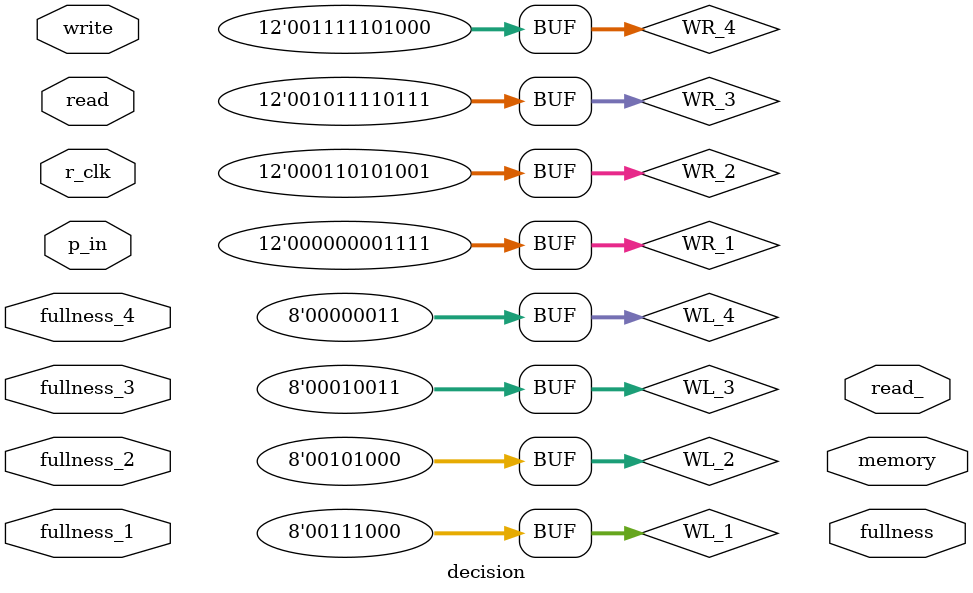
<source format=v>
module decision(
	input  r_clk,								// read clock at T=3 secs
	
	input [2:0] fullness_1,  				// Fullness of the first buffer
	input [2:0] fullness_2,  				// Fullness of the second buffer
	input [2:0] fullness_3,  				// Fullness of the third buffer
	input [2:0] fullness_4,  				// Fullness of the fourth buffer
	
	
	output reg [1:0] read_,					// Selected output to be read, for ex. [1 0] is for 3rd buffer 


	input [3:0] p_in,
	input read, 								// Read data from buffer if read = 1
	input write, 								// Write data to buffer if write = 1
	output reg [23:0] memory,
	output reg [2:0] fullness
);


// ASLA IKI OKUMAYI BIRDEN YAPMA DIYE KONTROL


	reg [7:0] WL_1;
	reg [7:0] WL_2;
	reg [7:0] WL_3;
	reg [7:0] WL_4;
	
	reg [11:0] WR_1;
	reg [11:0] WR_2;
	reg [11:0] WR_3;
	reg [11:0] WR_4;	
	
	
	initial begin
		WL_1 = 8'd56;
		WL_2 = 8'd40;
		WL_3 = 8'd19;
		WL_4 = 8'd3;	
	
		WR_1 = 12'd15;
		WR_2 = 12'd425;
		WR_3 = 12'd759;
		WR_4 = 12'd1000;	
	end
	
	endmodule
	
</source>
